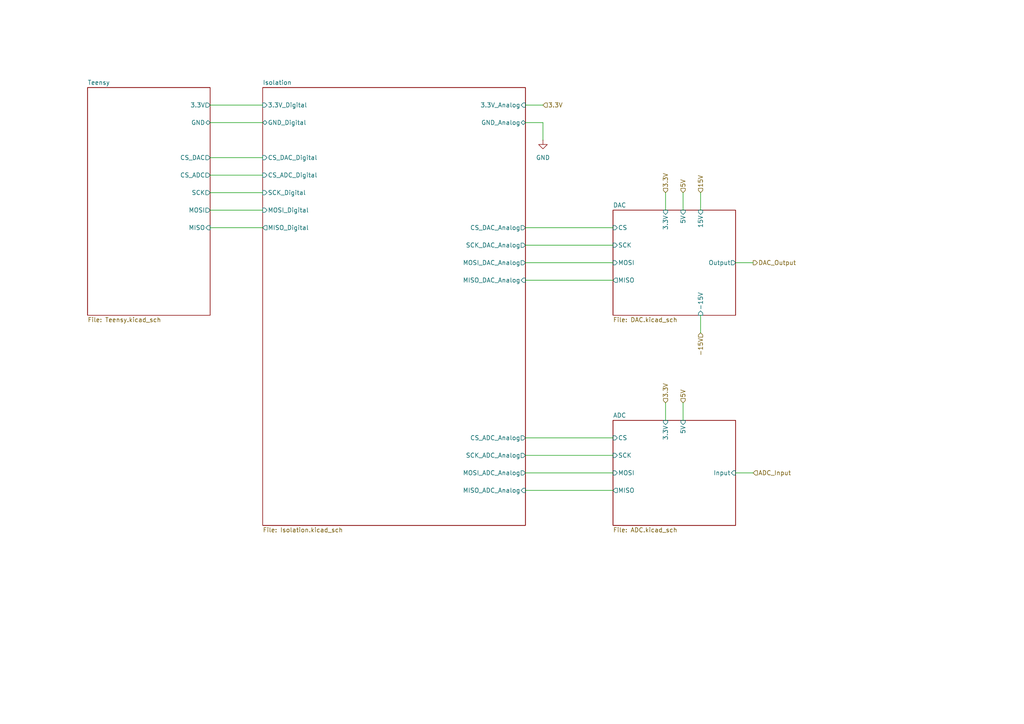
<source format=kicad_sch>
(kicad_sch (version 20250114) (generator "eeschema") (generator_version "9.0")
  (paper "A4")
  (lib_symbols
    (symbol "power:GND" (power) (pin_numbers (hide yes)) (pin_names (offset 0) (hide yes))
      (property "Value" "GND" (at 0 -3.81 0))
      (symbol "GND_0_1"
        (polyline (pts (xy 0 0) (xy 0 -1.27) (xy 1.27 -1.27) (xy 0 -2.54) (xy -1.27 -1.27) (xy 0 -1.27)))
      )
      (symbol "GND_1_1"
        (pin power_in line (at 0 0 270) (length 0) (name "~") (number "1"))
      )
    )
  )
  (wire (pts (xy 152.4 76.2) (xy 177.8 76.2)))
  (wire (pts (xy 152.4 81.28) (xy 177.8 81.28)))
  (wire (pts (xy 198.12 55.88) (xy 198.12 60.96)))
  (wire (pts (xy 60.96 60.96) (xy 76.2 60.96)))
  (wire (pts (xy 60.96 35.56) (xy 76.2 35.56)))
  (wire (pts (xy 60.96 45.72) (xy 76.2 45.72)))
  (wire (pts (xy 213.36 76.2) (xy 218.44 76.2)))
  (wire (pts (xy 60.96 66.04) (xy 76.2 66.04)))
  (wire (pts (xy 152.4 142.24) (xy 177.8 142.24)))
  (wire (pts (xy 60.96 50.8) (xy 76.2 50.8)))
  (wire (pts (xy 152.4 71.12) (xy 177.8 71.12)))
  (wire (pts (xy 193.04 55.88) (xy 193.04 60.96)))
  (wire (pts (xy 60.96 55.88) (xy 76.2 55.88)))
  (wire (pts (xy 157.48 35.56) (xy 157.48 40.64)))
  (wire (pts (xy 198.12 116.84) (xy 198.12 121.92)))
  (wire (pts (xy 152.4 66.04) (xy 177.8 66.04)))
  (wire (pts (xy 152.4 127) (xy 177.8 127)))
  (wire (pts (xy 152.4 30.48) (xy 157.48 30.48)))
  (wire (pts (xy 203.2 55.88) (xy 203.2 60.96)))
  (wire (pts (xy 152.4 137.16) (xy 177.8 137.16)))
  (wire (pts (xy 152.4 35.56) (xy 157.48 35.56)))
  (wire (pts (xy 60.96 30.48) (xy 76.2 30.48)))
  (wire (pts (xy 152.4 132.08) (xy 177.8 132.08)))
  (wire (pts (xy 213.36 137.16) (xy 218.44 137.16)))
  (wire (pts (xy 203.2 91.44) (xy 203.2 96.52)))
  (wire (pts (xy 193.04 116.84) (xy 193.04 121.92)))
  (hierarchical_label "3.3V" (shape input) (at 193.04 55.88 90))
  (hierarchical_label "3.3V" (shape input) (at 157.48 30.48 0))
  (hierarchical_label "5V" (shape input) (at 198.12 55.88 90))
  (hierarchical_label "5V" (shape input) (at 198.12 116.84 90))
  (hierarchical_label "DAC_Output" (shape output) (at 218.44 76.2 0))
  (hierarchical_label "ADC_Input" (shape input) (at 218.44 137.16 0))
  (hierarchical_label "15V" (shape input) (at 203.2 55.88 90))
  (hierarchical_label "3.3V" (shape input) (at 193.04 116.84 90))
  (hierarchical_label "-15V" (shape input) (at 203.2 96.52 270))
  (symbol (lib_id "power:GND") (at 157.48 40.64 0) (unit 1)
    (property "Reference" "#PWR046" (effects (hide yes)))
    (property "Value" "GND" (at 157.48 45.72 0))
    (property "Description" "Power symbol creates a global label with name \"GND\" , ground" (effects (hide yes)))
  )
  (sheet (at 177.8 121.92) (size 35.56 30.48) (stroke (width 0.1524))
    (property "Sheetname" "ADC" (at 177.8 121.2084 0) (effects (justify left bottom)))
    (property "Sheetfile" "ADC.kicad_sch" (at 177.8 152.9846 0) (effects (justify left top)))
    (pin "3.3V" input (at 193.04 121.92 90))
    (pin "5V" input (at 198.12 121.92 90))
    (pin "CS" input (at 177.8 127 180))
    (pin "Input" input (at 213.36 137.16 0))
    (pin "MISO" output (at 177.8 142.24 180))
    (pin "MOSI" input (at 177.8 137.16 180))
    (pin "SCK" input (at 177.8 132.08 180))
  )
  (sheet (at 177.8 60.96) (size 35.56 30.48) (stroke (width 0.1524))
    (property "Sheetname" "DAC" (at 177.8 60.2484 0) (effects (justify left bottom)))
    (property "Sheetfile" "DAC.kicad_sch" (at 177.8 92.0246 0) (effects (justify left top)))
    (pin "-15V" input (at 203.2 91.44 270))
    (pin "3.3V" input (at 193.04 60.96 90))
    (pin "5V" input (at 198.12 60.96 90))
    (pin "15V" input (at 203.2 60.96 90))
    (pin "CS" input (at 177.8 66.04 180))
    (pin "MISO" output (at 177.8 81.28 180))
    (pin "MOSI" input (at 177.8 76.2 180))
    (pin "Output" output (at 213.36 76.2 0))
    (pin "SCK" input (at 177.8 71.12 180))
  )
  (sheet (at 25.4 25.4) (size 35.56 66.04) (stroke (width 0.1524))
    (property "Sheetname" "Teensy" (at 25.4 24.6884 0) (effects (justify left bottom)))
    (property "Sheetfile" "Teensy.kicad_sch" (at 25.4 92.0246 0) (effects (justify left top)))
    (pin "CS_ADC" output (at 60.96 50.8 0))
    (pin "CS_DAC" output (at 60.96 45.72 0))
    (pin "MISO" input (at 60.96 66.04 0))
    (pin "MOSI" output (at 60.96 60.96 0))
    (pin "SCK" output (at 60.96 55.88 0))
    (pin "3.3V" output (at 60.96 30.48 0))
    (pin "GND" bidirectional (at 60.96 35.56 0))
  )
  (sheet (at 76.2 25.4) (size 76.2 127) (stroke (width 0.1524))
    (property "Sheetname" "Isolation" (at 76.2 24.6884 0) (effects (justify left bottom)))
    (property "Sheetfile" "Isolation.kicad_sch" (at 76.2 152.9846 0) (effects (justify left top)))
    (pin "3.3V_Analog" input (at 152.4 30.48 0))
    (pin "3.3V_Digital" input (at 76.2 30.48 180))
    (pin "CS_ADC_Analog" output (at 152.4 127 0))
    (pin "CS_ADC_Digital" input (at 76.2 50.8 180))
    (pin "CS_DAC_Analog" output (at 152.4 66.04 0))
    (pin "CS_DAC_Digital" input (at 76.2 45.72 180))
    (pin "GND_Analog" bidirectional (at 152.4 35.56 0))
    (pin "GND_Digital" bidirectional (at 76.2 35.56 180))
    (pin "MISO_ADC_Analog" input (at 152.4 142.24 0))
    (pin "MISO_DAC_Analog" input (at 152.4 81.28 0))
    (pin "MISO_Digital" output (at 76.2 66.04 180))
    (pin "MOSI_ADC_Analog" output (at 152.4 137.16 0))
    (pin "MOSI_DAC_Analog" output (at 152.4 76.2 0))
    (pin "MOSI_Digital" input (at 76.2 60.96 180))
    (pin "SCK_ADC_Analog" output (at 152.4 132.08 0))
    (pin "SCK_DAC_Analog" output (at 152.4 71.12 0))
    (pin "SCK_Digital" input (at 76.2 55.88 180))
  )
)
</source>
